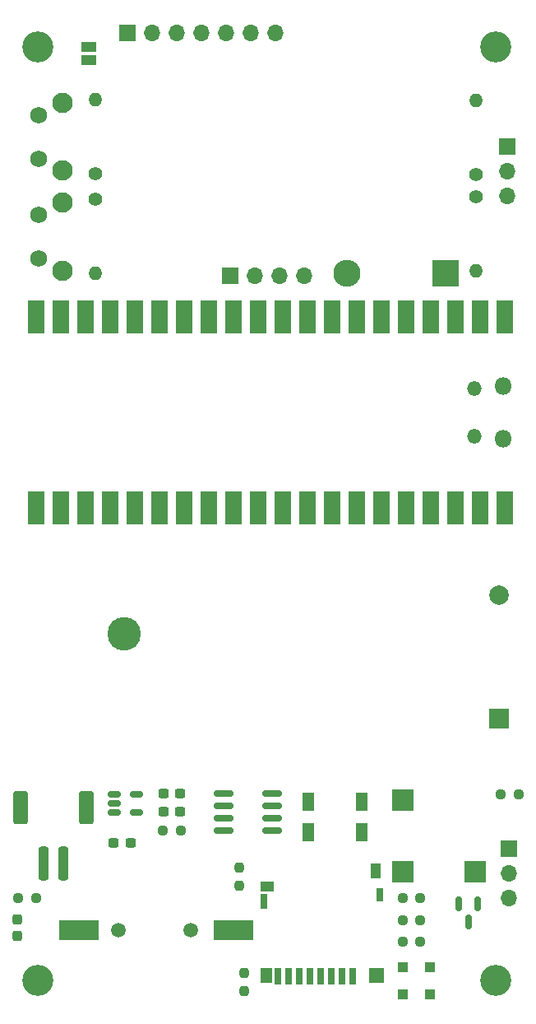
<source format=gbr>
%TF.GenerationSoftware,KiCad,Pcbnew,6.0.10-86aedd382b~118~ubuntu22.04.1*%
%TF.CreationDate,2023-01-20T17:58:32-05:00*%
%TF.ProjectId,picoco2,7069636f-636f-4322-9e6b-696361645f70,rev?*%
%TF.SameCoordinates,Original*%
%TF.FileFunction,Soldermask,Top*%
%TF.FilePolarity,Negative*%
%FSLAX46Y46*%
G04 Gerber Fmt 4.6, Leading zero omitted, Abs format (unit mm)*
G04 Created by KiCad (PCBNEW 6.0.10-86aedd382b~118~ubuntu22.04.1) date 2023-01-20 17:58:32*
%MOMM*%
%LPD*%
G01*
G04 APERTURE LIST*
G04 Aperture macros list*
%AMRoundRect*
0 Rectangle with rounded corners*
0 $1 Rounding radius*
0 $2 $3 $4 $5 $6 $7 $8 $9 X,Y pos of 4 corners*
0 Add a 4 corners polygon primitive as box body*
4,1,4,$2,$3,$4,$5,$6,$7,$8,$9,$2,$3,0*
0 Add four circle primitives for the rounded corners*
1,1,$1+$1,$2,$3*
1,1,$1+$1,$4,$5*
1,1,$1+$1,$6,$7*
1,1,$1+$1,$8,$9*
0 Add four rect primitives between the rounded corners*
20,1,$1+$1,$2,$3,$4,$5,0*
20,1,$1+$1,$4,$5,$6,$7,0*
20,1,$1+$1,$6,$7,$8,$9,0*
20,1,$1+$1,$8,$9,$2,$3,0*%
G04 Aperture macros list end*
%ADD10R,0.700000X1.750000*%
%ADD11R,1.300000X1.500000*%
%ADD12R,0.800000X1.500000*%
%ADD13R,0.800000X1.400000*%
%ADD14R,1.500000X1.500000*%
%ADD15R,1.000000X1.550000*%
%ADD16R,1.450000X1.000000*%
%ADD17RoundRect,0.150000X0.825000X0.150000X-0.825000X0.150000X-0.825000X-0.150000X0.825000X-0.150000X0*%
%ADD18RoundRect,0.237500X0.300000X0.237500X-0.300000X0.237500X-0.300000X-0.237500X0.300000X-0.237500X0*%
%ADD19C,1.400000*%
%ADD20O,1.400000X1.400000*%
%ADD21R,1.700000X1.700000*%
%ADD22O,1.700000X1.700000*%
%ADD23C,3.200000*%
%ADD24C,3.450000*%
%ADD25R,2.000000X2.000000*%
%ADD26C,2.000000*%
%ADD27C,2.100000*%
%ADD28C,1.750000*%
%ADD29RoundRect,0.237500X-0.250000X-0.237500X0.250000X-0.237500X0.250000X0.237500X-0.250000X0.237500X0*%
%ADD30RoundRect,0.150000X-0.150000X0.587500X-0.150000X-0.587500X0.150000X-0.587500X0.150000X0.587500X0*%
%ADD31RoundRect,0.237500X0.237500X-0.250000X0.237500X0.250000X-0.237500X0.250000X-0.237500X-0.250000X0*%
%ADD32RoundRect,0.150000X-0.512500X-0.150000X0.512500X-0.150000X0.512500X0.150000X-0.512500X0.150000X0*%
%ADD33R,1.100000X1.100000*%
%ADD34RoundRect,0.250000X0.250000X1.500000X-0.250000X1.500000X-0.250000X-1.500000X0.250000X-1.500000X0*%
%ADD35RoundRect,0.250001X0.499999X1.449999X-0.499999X1.449999X-0.499999X-1.449999X0.499999X-1.449999X0*%
%ADD36C,1.500000*%
%ADD37RoundRect,0.050800X-2.000000X-1.000000X2.000000X-1.000000X2.000000X1.000000X-2.000000X1.000000X0*%
%ADD38O,1.500000X1.500000*%
%ADD39O,1.800000X1.800000*%
%ADD40R,1.700000X3.500000*%
%ADD41RoundRect,0.237500X0.250000X0.237500X-0.250000X0.237500X-0.250000X-0.237500X0.250000X-0.237500X0*%
%ADD42RoundRect,0.237500X-0.300000X-0.237500X0.300000X-0.237500X0.300000X0.237500X-0.300000X0.237500X0*%
%ADD43R,1.500000X1.000000*%
%ADD44RoundRect,0.237500X-0.237500X0.287500X-0.237500X-0.287500X0.237500X-0.287500X0.237500X0.287500X0*%
%ADD45R,2.195000X2.195000*%
%ADD46R,1.300000X1.900000*%
%ADD47R,2.800000X2.800000*%
%ADD48O,2.800000X2.800000*%
G04 APERTURE END LIST*
D10*
%TO.C,J2*%
X35813600Y-98988000D03*
X34713600Y-98988000D03*
X33613600Y-98988000D03*
X32513600Y-98988000D03*
X31413600Y-98988000D03*
X30313600Y-98988000D03*
X29213600Y-98988000D03*
X28113600Y-98988000D03*
D11*
X26913600Y-98863000D03*
D12*
X26663600Y-91263000D03*
D13*
X38613600Y-90613000D03*
D14*
X38263600Y-98863000D03*
D15*
X38213600Y-88188000D03*
D16*
X26988600Y-89763000D03*
%TD*%
D17*
%TO.C,U4*%
X27468600Y-83997800D03*
X27468600Y-82727800D03*
X27468600Y-81457800D03*
X27468600Y-80187800D03*
X22518600Y-80187800D03*
X22518600Y-81457800D03*
X22518600Y-82727800D03*
X22518600Y-83997800D03*
%TD*%
D18*
%TO.C,C2*%
X18032900Y-80213200D03*
X16307900Y-80213200D03*
%TD*%
D19*
%TO.C,R13*%
X48500000Y-18836800D03*
D20*
X48500000Y-26456800D03*
%TD*%
D21*
%TO.C,J3*%
X51917200Y-85852000D03*
D22*
X51917200Y-88392000D03*
X51917200Y-90932000D03*
%TD*%
D18*
%TO.C,C1*%
X18032900Y-82092800D03*
X16307900Y-82092800D03*
%TD*%
D23*
%TO.C,H3*%
X50500000Y-3400000D03*
%TD*%
D24*
%TO.C,BT2*%
X12291600Y-63791600D03*
D25*
X50901600Y-72491600D03*
D26*
X50901600Y-59791600D03*
%TD*%
D27*
%TO.C,SW2*%
X5916500Y-19375000D03*
X5916500Y-26385000D03*
D28*
X3426500Y-25135000D03*
X3426500Y-20635000D03*
%TD*%
D23*
%TO.C,H1*%
X50500000Y-99400000D03*
%TD*%
D29*
%TO.C,R3*%
X40946700Y-95453200D03*
X42771700Y-95453200D03*
%TD*%
D21*
%TO.C,U3*%
X23190000Y-26924000D03*
D22*
X25730000Y-26924000D03*
X28270000Y-26924000D03*
X30810000Y-26924000D03*
%TD*%
D19*
%TO.C,R11*%
X9271000Y-19050000D03*
D20*
X9271000Y-26670000D03*
%TD*%
D29*
%TO.C,R8*%
X16257900Y-83972400D03*
X18082900Y-83972400D03*
%TD*%
D30*
%TO.C,Q1*%
X48651200Y-91518500D03*
X46751200Y-91518500D03*
X47701200Y-93393500D03*
%TD*%
D31*
%TO.C,R9*%
X24638000Y-100480500D03*
X24638000Y-98655500D03*
%TD*%
%TO.C,R6*%
X24079200Y-89660100D03*
X24079200Y-87835100D03*
%TD*%
D32*
%TO.C,U5*%
X11257700Y-80279200D03*
X11257700Y-81229200D03*
X11257700Y-82179200D03*
X13532700Y-82179200D03*
X13532700Y-80279200D03*
%TD*%
D33*
%TO.C,D1*%
X43767200Y-98044000D03*
X40967200Y-98044000D03*
%TD*%
D29*
%TO.C,R7*%
X1373500Y-90932000D03*
X3198500Y-90932000D03*
%TD*%
D19*
%TO.C,R10*%
X9296400Y-16408400D03*
D20*
X9296400Y-8788400D03*
%TD*%
D34*
%TO.C,BT3*%
X5978400Y-87381200D03*
X3978400Y-87381200D03*
D35*
X1628400Y-81631200D03*
X8328400Y-81631200D03*
%TD*%
D36*
%TO.C,BT1*%
X11699800Y-94234800D03*
X19149800Y-94234800D03*
D37*
X23489800Y-94234800D03*
X7599800Y-94234800D03*
%TD*%
D23*
%TO.C,H2*%
X3400000Y-3400000D03*
%TD*%
D38*
%TO.C,U1*%
X48300400Y-43420600D03*
D39*
X51330400Y-38270600D03*
X51330400Y-43720600D03*
D38*
X48300400Y-38570600D03*
D40*
X51460400Y-31205600D03*
X48920400Y-31205600D03*
X46380400Y-31205600D03*
X43840400Y-31205600D03*
X41300400Y-31205600D03*
X38760400Y-31205600D03*
X36220400Y-31205600D03*
X33680400Y-31205600D03*
X31140400Y-31205600D03*
X28600400Y-31205600D03*
X26060400Y-31205600D03*
X23520400Y-31205600D03*
X20980400Y-31205600D03*
X18440400Y-31205600D03*
X15900400Y-31205600D03*
X13360400Y-31205600D03*
X10820400Y-31205600D03*
X8280400Y-31205600D03*
X5740400Y-31205600D03*
X3200400Y-31205600D03*
X3200400Y-50785600D03*
X5740400Y-50785600D03*
X8280400Y-50785600D03*
X10820400Y-50785600D03*
X13360400Y-50785600D03*
X15900400Y-50785600D03*
X18440400Y-50785600D03*
X20980400Y-50785600D03*
X23520400Y-50785600D03*
X26060400Y-50785600D03*
X28600400Y-50785600D03*
X31140400Y-50785600D03*
X33680400Y-50785600D03*
X36220400Y-50785600D03*
X38760400Y-50785600D03*
X41300400Y-50785600D03*
X43840400Y-50785600D03*
X46380400Y-50785600D03*
X48920400Y-50785600D03*
X51460400Y-50785600D03*
%TD*%
D41*
%TO.C,R4*%
X52880900Y-80264000D03*
X51055900Y-80264000D03*
%TD*%
D21*
%TO.C,J1*%
X51700600Y-13664200D03*
D22*
X51700600Y-16204200D03*
X51700600Y-18744200D03*
%TD*%
D41*
%TO.C,R1*%
X42771700Y-90982800D03*
X40946700Y-90982800D03*
%TD*%
D42*
%TO.C,C3*%
X11177100Y-85293200D03*
X12902100Y-85293200D03*
%TD*%
D43*
%TO.C,JP1*%
X8636000Y-3414000D03*
X8636000Y-4714000D03*
%TD*%
D41*
%TO.C,R2*%
X42771700Y-93218000D03*
X40946700Y-93218000D03*
%TD*%
D44*
%TO.C,D4*%
X1270000Y-93105000D03*
X1270000Y-94855000D03*
%TD*%
D45*
%TO.C,BZ1*%
X41004000Y-80831200D03*
X41004000Y-88231200D03*
X48404000Y-88231200D03*
%TD*%
D46*
%TO.C,Y1*%
X36735200Y-81000800D03*
X31235200Y-81000800D03*
X31235200Y-84200800D03*
X36735200Y-84200800D03*
%TD*%
D27*
%TO.C,SW1*%
X5944400Y-9124400D03*
X5944400Y-16134400D03*
D28*
X3454400Y-14884400D03*
X3454400Y-10384400D03*
%TD*%
D19*
%TO.C,R12*%
X48500000Y-16500000D03*
D20*
X48500000Y-8880000D03*
%TD*%
D23*
%TO.C,H4*%
X3400000Y-99400000D03*
%TD*%
D21*
%TO.C,U2*%
X12623800Y-1930400D03*
D22*
X15163800Y-1930400D03*
X17703800Y-1930400D03*
X20243800Y-1930400D03*
X22783800Y-1930400D03*
X25323800Y-1930400D03*
X27863800Y-1930400D03*
%TD*%
D33*
%TO.C,D5*%
X43767200Y-100838000D03*
X40967200Y-100838000D03*
%TD*%
D47*
%TO.C,D2*%
X45330000Y-26720800D03*
D48*
X35170000Y-26720800D03*
%TD*%
M02*

</source>
